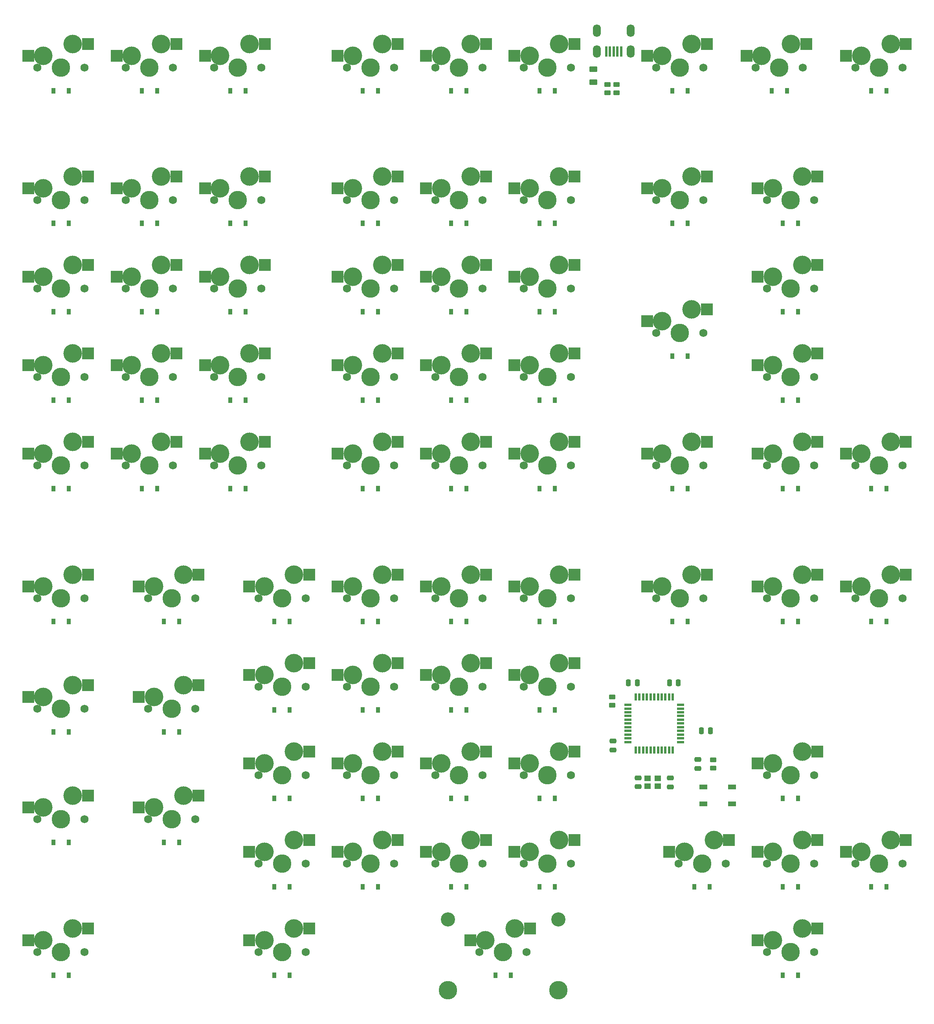
<source format=gbr>
%TF.GenerationSoftware,KiCad,Pcbnew,(6.0.11)*%
%TF.CreationDate,2023-02-04T12:28:33-08:00*%
%TF.ProjectId,MA Command Keyboard changed footprint,4d412043-6f6d-46d6-916e-64204b657962,rev?*%
%TF.SameCoordinates,Original*%
%TF.FileFunction,Soldermask,Bot*%
%TF.FilePolarity,Negative*%
%FSLAX46Y46*%
G04 Gerber Fmt 4.6, Leading zero omitted, Abs format (unit mm)*
G04 Created by KiCad (PCBNEW (6.0.11)) date 2023-02-04 12:28:33*
%MOMM*%
%LPD*%
G01*
G04 APERTURE LIST*
G04 Aperture macros list*
%AMRoundRect*
0 Rectangle with rounded corners*
0 $1 Rounding radius*
0 $2 $3 $4 $5 $6 $7 $8 $9 X,Y pos of 4 corners*
0 Add a 4 corners polygon primitive as box body*
4,1,4,$2,$3,$4,$5,$6,$7,$8,$9,$2,$3,0*
0 Add four circle primitives for the rounded corners*
1,1,$1+$1,$2,$3*
1,1,$1+$1,$4,$5*
1,1,$1+$1,$6,$7*
1,1,$1+$1,$8,$9*
0 Add four rect primitives between the rounded corners*
20,1,$1+$1,$2,$3,$4,$5,0*
20,1,$1+$1,$4,$5,$6,$7,0*
20,1,$1+$1,$6,$7,$8,$9,0*
20,1,$1+$1,$8,$9,$2,$3,0*%
G04 Aperture macros list end*
%ADD10RoundRect,0.250000X-0.450000X0.262500X-0.450000X-0.262500X0.450000X-0.262500X0.450000X0.262500X0*%
%ADD11R,2.550000X2.500000*%
%ADD12C,1.750000*%
%ADD13C,3.987800*%
%ADD14C,4.000000*%
%ADD15C,3.048000*%
%ADD16R,0.900000X1.200000*%
%ADD17RoundRect,0.250000X-0.475000X0.250000X-0.475000X-0.250000X0.475000X-0.250000X0.475000X0.250000X0*%
%ADD18RoundRect,0.250000X0.475000X-0.250000X0.475000X0.250000X-0.475000X0.250000X-0.475000X-0.250000X0*%
%ADD19R,1.400000X1.200000*%
%ADD20RoundRect,0.250000X-0.250000X-0.475000X0.250000X-0.475000X0.250000X0.475000X-0.250000X0.475000X0*%
%ADD21RoundRect,0.250000X0.450000X-0.262500X0.450000X0.262500X-0.450000X0.262500X-0.450000X-0.262500X0*%
%ADD22R,0.500000X2.250000*%
%ADD23O,1.700000X2.700000*%
%ADD24RoundRect,0.250000X0.250000X0.475000X-0.250000X0.475000X-0.250000X-0.475000X0.250000X-0.475000X0*%
%ADD25RoundRect,0.250000X-0.625000X0.375000X-0.625000X-0.375000X0.625000X-0.375000X0.625000X0.375000X0*%
%ADD26R,1.500000X0.550000*%
%ADD27R,0.550000X1.500000*%
%ADD28R,1.800000X1.100000*%
G04 APERTURE END LIST*
D10*
%TO.C,R1*%
X-209300000Y-59220000D03*
X-209300000Y-61045000D03*
%TD*%
%TO.C,R2*%
X-207370000Y-61025000D03*
X-207370000Y-59200000D03*
%TD*%
D11*
%TO.C,MX74*%
X-176976100Y-224497900D03*
X-164076100Y-221957900D03*
D12*
X-164811100Y-227037900D03*
D13*
X-169891100Y-227037900D03*
D12*
X-174971100Y-227037900D03*
D14*
X-173701100Y-224497900D03*
X-167351100Y-221957900D03*
%TD*%
D11*
%TO.C,MX73*%
X-176976100Y-243547900D03*
X-164076100Y-241007900D03*
D12*
X-164811100Y-246087900D03*
D13*
X-169891100Y-246087900D03*
D12*
X-174971100Y-246087900D03*
D14*
X-173701100Y-243547900D03*
X-167351100Y-241007900D03*
%TD*%
D11*
%TO.C,MX72*%
X-229363600Y-224497900D03*
X-216463600Y-221957900D03*
D12*
X-217198600Y-227037900D03*
D13*
X-222278600Y-227037900D03*
D12*
X-227358600Y-227037900D03*
D14*
X-226088600Y-224497900D03*
X-219738600Y-221957900D03*
%TD*%
D11*
%TO.C,MX71*%
X-238888600Y-243547900D03*
X-225988600Y-241007900D03*
D12*
X-226723600Y-246087900D03*
D13*
X-231803600Y-246087900D03*
D12*
X-236883600Y-246087900D03*
D14*
X-235613600Y-243547900D03*
X-229263600Y-241007900D03*
%TD*%
D11*
%TO.C,MX70*%
X-248413600Y-224497900D03*
X-235513600Y-221957900D03*
D12*
X-236248600Y-227037900D03*
D13*
X-241328600Y-227037900D03*
D12*
X-246408600Y-227037900D03*
D14*
X-245138600Y-224497900D03*
X-238788600Y-221957900D03*
%TD*%
D11*
%TO.C,MX69*%
X-267463600Y-224497900D03*
X-254563600Y-221957900D03*
D12*
X-255298600Y-227037900D03*
D13*
X-260378600Y-227037900D03*
D12*
X-265458600Y-227037900D03*
D14*
X-264188600Y-224497900D03*
X-257838600Y-221957900D03*
%TD*%
D11*
%TO.C,MX68*%
X-286513600Y-224497900D03*
X-273613600Y-221957900D03*
D12*
X-274348600Y-227037900D03*
D13*
X-279428600Y-227037900D03*
D12*
X-284508600Y-227037900D03*
D14*
X-283238600Y-224497900D03*
X-276888600Y-221957900D03*
%TD*%
D11*
%TO.C,MX67*%
X-286513600Y-243547900D03*
X-273613600Y-241007900D03*
D12*
X-274348600Y-246087900D03*
D13*
X-279428600Y-246087900D03*
D12*
X-284508600Y-246087900D03*
D14*
X-283238600Y-243547900D03*
X-276888600Y-241007900D03*
%TD*%
D11*
%TO.C,MX66*%
X-334138600Y-243547900D03*
X-321238600Y-241007900D03*
D12*
X-321973600Y-246087900D03*
D13*
X-327053600Y-246087900D03*
D12*
X-332133600Y-246087900D03*
D14*
X-330863600Y-243547900D03*
X-324513600Y-241007900D03*
%TD*%
D11*
%TO.C,MX65*%
X-157926100Y-224497900D03*
X-145026100Y-221957900D03*
D12*
X-145761100Y-227037900D03*
D13*
X-150841100Y-227037900D03*
D12*
X-155921100Y-227037900D03*
D14*
X-154651100Y-224497900D03*
X-148301100Y-221957900D03*
%TD*%
D11*
%TO.C,MX64*%
X-176976100Y-205447900D03*
X-164076100Y-202907900D03*
D12*
X-164811100Y-207987900D03*
D13*
X-169891100Y-207987900D03*
D12*
X-174971100Y-207987900D03*
D14*
X-173701100Y-205447900D03*
X-167351100Y-202907900D03*
%TD*%
D11*
%TO.C,MX63*%
X-196026100Y-224497900D03*
X-183126100Y-221957900D03*
D12*
X-183861100Y-227037900D03*
D13*
X-188941100Y-227037900D03*
D12*
X-194021100Y-227037900D03*
D14*
X-192751100Y-224497900D03*
X-186401100Y-221957900D03*
%TD*%
D11*
%TO.C,MX62*%
X-229363600Y-205447900D03*
X-216463600Y-202907900D03*
D12*
X-217198600Y-207987900D03*
D13*
X-222278600Y-207987900D03*
D12*
X-227358600Y-207987900D03*
D14*
X-226088600Y-205447900D03*
X-219738600Y-202907900D03*
%TD*%
D11*
%TO.C,MX61*%
X-248413600Y-205447900D03*
X-235513600Y-202907900D03*
D12*
X-236248600Y-207987900D03*
D13*
X-241328600Y-207987900D03*
D12*
X-246408600Y-207987900D03*
D14*
X-245138600Y-205447900D03*
X-238788600Y-202907900D03*
%TD*%
D11*
%TO.C,MX60*%
X-267463600Y-205447900D03*
X-254563600Y-202907900D03*
D12*
X-255298600Y-207987900D03*
D13*
X-260378600Y-207987900D03*
D12*
X-265458600Y-207987900D03*
D14*
X-264188600Y-205447900D03*
X-257838600Y-202907900D03*
%TD*%
D11*
%TO.C,MX59*%
X-286513600Y-205447900D03*
X-273613600Y-202907900D03*
D12*
X-274348600Y-207987900D03*
D13*
X-279428600Y-207987900D03*
D12*
X-284508600Y-207987900D03*
D14*
X-283238600Y-205447900D03*
X-276888600Y-202907900D03*
%TD*%
D11*
%TO.C,MX58*%
X-310326100Y-214972900D03*
X-297426100Y-212432900D03*
D12*
X-298161100Y-217512900D03*
D13*
X-303241100Y-217512900D03*
D12*
X-308321100Y-217512900D03*
D14*
X-307051100Y-214972900D03*
X-300701100Y-212432900D03*
%TD*%
D11*
%TO.C,MX57*%
X-334138600Y-214972900D03*
X-321238600Y-212432900D03*
D12*
X-321973600Y-217512900D03*
D13*
X-327053600Y-217512900D03*
D12*
X-332133600Y-217512900D03*
D14*
X-330863600Y-214972900D03*
X-324513600Y-212432900D03*
%TD*%
D11*
%TO.C,MX56*%
X-229363600Y-186397900D03*
X-216463600Y-183857900D03*
D12*
X-217198600Y-188937900D03*
D13*
X-222278600Y-188937900D03*
D12*
X-227358600Y-188937900D03*
D14*
X-226088600Y-186397900D03*
X-219738600Y-183857900D03*
%TD*%
D11*
%TO.C,MX55*%
X-248413600Y-186397900D03*
X-235513600Y-183857900D03*
D12*
X-236248600Y-188937900D03*
D13*
X-241328600Y-188937900D03*
D12*
X-246408600Y-188937900D03*
D14*
X-245138600Y-186397900D03*
X-238788600Y-183857900D03*
%TD*%
D11*
%TO.C,MX54*%
X-267463600Y-186397900D03*
X-254563600Y-183857900D03*
D12*
X-255298600Y-188937900D03*
D13*
X-260378600Y-188937900D03*
D12*
X-265458600Y-188937900D03*
D14*
X-264188600Y-186397900D03*
X-257838600Y-183857900D03*
%TD*%
D11*
%TO.C,MX53*%
X-286513600Y-186397900D03*
X-273613600Y-183857900D03*
D12*
X-274348600Y-188937900D03*
D13*
X-279428600Y-188937900D03*
D12*
X-284508600Y-188937900D03*
D14*
X-283238600Y-186397900D03*
X-276888600Y-183857900D03*
%TD*%
D11*
%TO.C,MX52*%
X-310326100Y-191160400D03*
X-297426100Y-188620400D03*
D12*
X-298161100Y-193700400D03*
D13*
X-303241100Y-193700400D03*
D12*
X-308321100Y-193700400D03*
D14*
X-307051100Y-191160400D03*
X-300701100Y-188620400D03*
%TD*%
D11*
%TO.C,MX51*%
X-334138600Y-191160400D03*
X-321238600Y-188620400D03*
D12*
X-321973600Y-193700400D03*
D13*
X-327053600Y-193700400D03*
D12*
X-332133600Y-193700400D03*
D14*
X-330863600Y-191160400D03*
X-324513600Y-188620400D03*
%TD*%
D11*
%TO.C,MX50*%
X-157926100Y-167347900D03*
X-145026100Y-164807900D03*
D12*
X-145761100Y-169887900D03*
D13*
X-150841100Y-169887900D03*
D12*
X-155921100Y-169887900D03*
D14*
X-154651100Y-167347900D03*
X-148301100Y-164807900D03*
%TD*%
D11*
%TO.C,MX49*%
X-176976100Y-167347900D03*
X-164076100Y-164807900D03*
D12*
X-164811100Y-169887900D03*
D13*
X-169891100Y-169887900D03*
D12*
X-174971100Y-169887900D03*
D14*
X-173701100Y-167347900D03*
X-167351100Y-164807900D03*
%TD*%
D11*
%TO.C,MX48*%
X-200788600Y-167347900D03*
X-187888600Y-164807900D03*
D12*
X-188623600Y-169887900D03*
D13*
X-193703600Y-169887900D03*
D12*
X-198783600Y-169887900D03*
D14*
X-197513600Y-167347900D03*
X-191163600Y-164807900D03*
%TD*%
D11*
%TO.C,MX47*%
X-229363600Y-167347900D03*
X-216463600Y-164807900D03*
D12*
X-217198600Y-169887900D03*
D13*
X-222278600Y-169887900D03*
D12*
X-227358600Y-169887900D03*
D14*
X-226088600Y-167347900D03*
X-219738600Y-164807900D03*
%TD*%
D11*
%TO.C,MX46*%
X-248413600Y-167347900D03*
X-235513600Y-164807900D03*
D12*
X-236248600Y-169887900D03*
D13*
X-241328600Y-169887900D03*
D12*
X-246408600Y-169887900D03*
D14*
X-245138600Y-167347900D03*
X-238788600Y-164807900D03*
%TD*%
D11*
%TO.C,MX45*%
X-267463600Y-167347900D03*
X-254563600Y-164807900D03*
D12*
X-255298600Y-169887900D03*
D13*
X-260378600Y-169887900D03*
D12*
X-265458600Y-169887900D03*
D14*
X-264188600Y-167347900D03*
X-257838600Y-164807900D03*
%TD*%
D11*
%TO.C,MX44*%
X-286513600Y-167347900D03*
X-273613600Y-164807900D03*
D12*
X-274348600Y-169887900D03*
D13*
X-279428600Y-169887900D03*
D12*
X-284508600Y-169887900D03*
D14*
X-283238600Y-167347900D03*
X-276888600Y-164807900D03*
%TD*%
D11*
%TO.C,MX43*%
X-310326100Y-167347900D03*
X-297426100Y-164807900D03*
D12*
X-298161100Y-169887900D03*
D13*
X-303241100Y-169887900D03*
D12*
X-308321100Y-169887900D03*
D14*
X-307051100Y-167347900D03*
X-300701100Y-164807900D03*
%TD*%
D11*
%TO.C,MX42*%
X-334138600Y-167347900D03*
X-321238600Y-164807900D03*
D12*
X-321973600Y-169887900D03*
D13*
X-327053600Y-169887900D03*
D12*
X-332133600Y-169887900D03*
D14*
X-330863600Y-167347900D03*
X-324513600Y-164807900D03*
%TD*%
D11*
%TO.C,MX41*%
X-157926100Y-138772900D03*
X-145026100Y-136232900D03*
D12*
X-145761100Y-141312900D03*
D13*
X-150841100Y-141312900D03*
D12*
X-155921100Y-141312900D03*
D14*
X-154651100Y-138772900D03*
X-148301100Y-136232900D03*
%TD*%
D11*
%TO.C,MX40*%
X-176976100Y-138772900D03*
X-164076100Y-136232900D03*
D12*
X-164811100Y-141312900D03*
D13*
X-169891100Y-141312900D03*
D12*
X-174971100Y-141312900D03*
D14*
X-173701100Y-138772900D03*
X-167351100Y-136232900D03*
%TD*%
D11*
%TO.C,MX39*%
X-200788600Y-138772900D03*
X-187888600Y-136232900D03*
D12*
X-188623600Y-141312900D03*
D13*
X-193703600Y-141312900D03*
D12*
X-198783600Y-141312900D03*
D14*
X-197513600Y-138772900D03*
X-191163600Y-136232900D03*
%TD*%
D11*
%TO.C,MX38*%
X-229363600Y-138772900D03*
X-216463600Y-136232900D03*
D12*
X-217198600Y-141312900D03*
D13*
X-222278600Y-141312900D03*
D12*
X-227358600Y-141312900D03*
D14*
X-226088600Y-138772900D03*
X-219738600Y-136232900D03*
%TD*%
D11*
%TO.C,MX37*%
X-248413600Y-138772900D03*
X-235513600Y-136232900D03*
D12*
X-236248600Y-141312900D03*
D13*
X-241328600Y-141312900D03*
D12*
X-246408600Y-141312900D03*
D14*
X-245138600Y-138772900D03*
X-238788600Y-136232900D03*
%TD*%
D11*
%TO.C,MX36*%
X-267463600Y-138772900D03*
X-254563600Y-136232900D03*
D12*
X-255298600Y-141312900D03*
D13*
X-260378600Y-141312900D03*
D12*
X-265458600Y-141312900D03*
D14*
X-264188600Y-138772900D03*
X-257838600Y-136232900D03*
%TD*%
D11*
%TO.C,MX35*%
X-296038600Y-138772900D03*
X-283138600Y-136232900D03*
D12*
X-283873600Y-141312900D03*
D13*
X-288953600Y-141312900D03*
D12*
X-294033600Y-141312900D03*
D14*
X-292763600Y-138772900D03*
X-286413600Y-136232900D03*
%TD*%
D11*
%TO.C,MX34*%
X-315088600Y-138772900D03*
X-302188600Y-136232900D03*
D12*
X-302923600Y-141312900D03*
D13*
X-308003600Y-141312900D03*
D12*
X-313083600Y-141312900D03*
D14*
X-311813600Y-138772900D03*
X-305463600Y-136232900D03*
%TD*%
D11*
%TO.C,MX33*%
X-334138600Y-138772900D03*
X-321238600Y-136232900D03*
D12*
X-321973600Y-141312900D03*
D13*
X-327053600Y-141312900D03*
D12*
X-332133600Y-141312900D03*
D14*
X-330863600Y-138772900D03*
X-324513600Y-136232900D03*
%TD*%
D11*
%TO.C,MX32*%
X-176976100Y-119722900D03*
X-164076100Y-117182900D03*
D12*
X-164811100Y-122262900D03*
D13*
X-169891100Y-122262900D03*
D12*
X-174971100Y-122262900D03*
D14*
X-173701100Y-119722900D03*
X-167351100Y-117182900D03*
%TD*%
D11*
%TO.C,MX31*%
X-200788600Y-110197900D03*
X-187888600Y-107657900D03*
D12*
X-188623600Y-112737900D03*
D13*
X-193703600Y-112737900D03*
D12*
X-198783600Y-112737900D03*
D14*
X-197513600Y-110197900D03*
X-191163600Y-107657900D03*
%TD*%
D11*
%TO.C,MX30*%
X-229363600Y-119722900D03*
X-216463600Y-117182900D03*
D12*
X-217198600Y-122262900D03*
D13*
X-222278600Y-122262900D03*
D12*
X-227358600Y-122262900D03*
D14*
X-226088600Y-119722900D03*
X-219738600Y-117182900D03*
%TD*%
D11*
%TO.C,MX29*%
X-248413600Y-119722900D03*
X-235513600Y-117182900D03*
D12*
X-236248600Y-122262900D03*
D13*
X-241328600Y-122262900D03*
D12*
X-246408600Y-122262900D03*
D14*
X-245138600Y-119722900D03*
X-238788600Y-117182900D03*
%TD*%
D11*
%TO.C,MX28*%
X-267463600Y-119722900D03*
X-254563600Y-117182900D03*
D12*
X-255298600Y-122262900D03*
D13*
X-260378600Y-122262900D03*
D12*
X-265458600Y-122262900D03*
D14*
X-264188600Y-119722900D03*
X-257838600Y-117182900D03*
%TD*%
D11*
%TO.C,MX27*%
X-296038600Y-119722900D03*
X-283138600Y-117182900D03*
D12*
X-283873600Y-122262900D03*
D13*
X-288953600Y-122262900D03*
D12*
X-294033600Y-122262900D03*
D14*
X-292763600Y-119722900D03*
X-286413600Y-117182900D03*
%TD*%
D11*
%TO.C,MX26*%
X-315088600Y-119722900D03*
X-302188600Y-117182900D03*
D12*
X-302923600Y-122262900D03*
D13*
X-308003600Y-122262900D03*
D12*
X-313083600Y-122262900D03*
D14*
X-311813600Y-119722900D03*
X-305463600Y-117182900D03*
%TD*%
D11*
%TO.C,MX25*%
X-334138600Y-119722900D03*
X-321238600Y-117182900D03*
D12*
X-321973600Y-122262900D03*
D13*
X-327053600Y-122262900D03*
D12*
X-332133600Y-122262900D03*
D14*
X-330863600Y-119722900D03*
X-324513600Y-117182900D03*
%TD*%
D11*
%TO.C,MX24*%
X-176976100Y-100672900D03*
X-164076100Y-98132900D03*
D12*
X-164811100Y-103212900D03*
D13*
X-169891100Y-103212900D03*
D12*
X-174971100Y-103212900D03*
D14*
X-173701100Y-100672900D03*
X-167351100Y-98132900D03*
%TD*%
D11*
%TO.C,MX23*%
X-229363600Y-100672900D03*
X-216463600Y-98132900D03*
D12*
X-217198600Y-103212900D03*
D13*
X-222278600Y-103212900D03*
D12*
X-227358600Y-103212900D03*
D14*
X-226088600Y-100672900D03*
X-219738600Y-98132900D03*
%TD*%
D11*
%TO.C,MX22*%
X-248413600Y-100672900D03*
X-235513600Y-98132900D03*
D12*
X-236248600Y-103212900D03*
D13*
X-241328600Y-103212900D03*
D12*
X-246408600Y-103212900D03*
D14*
X-245138600Y-100672900D03*
X-238788600Y-98132900D03*
%TD*%
D11*
%TO.C,MX21*%
X-267463600Y-100672900D03*
X-254563600Y-98132900D03*
D12*
X-255298600Y-103212900D03*
D13*
X-260378600Y-103212900D03*
D12*
X-265458600Y-103212900D03*
D14*
X-264188600Y-100672900D03*
X-257838600Y-98132900D03*
%TD*%
D11*
%TO.C,MX20*%
X-296038600Y-100672900D03*
X-283138600Y-98132900D03*
D12*
X-283873600Y-103212900D03*
D13*
X-288953600Y-103212900D03*
D12*
X-294033600Y-103212900D03*
D14*
X-292763600Y-100672900D03*
X-286413600Y-98132900D03*
%TD*%
D11*
%TO.C,MX19*%
X-315088600Y-100672900D03*
X-302188600Y-98132900D03*
D12*
X-302923600Y-103212900D03*
D13*
X-308003600Y-103212900D03*
D12*
X-313083600Y-103212900D03*
D14*
X-311813600Y-100672900D03*
X-305463600Y-98132900D03*
%TD*%
D11*
%TO.C,MX18*%
X-334138600Y-100672900D03*
X-321238600Y-98132900D03*
D12*
X-321973600Y-103212900D03*
D13*
X-327053600Y-103212900D03*
D12*
X-332133600Y-103212900D03*
D14*
X-330863600Y-100672900D03*
X-324513600Y-98132900D03*
%TD*%
D11*
%TO.C,MX17*%
X-176976100Y-81622900D03*
X-164076100Y-79082900D03*
D12*
X-164811100Y-84162900D03*
D13*
X-169891100Y-84162900D03*
D12*
X-174971100Y-84162900D03*
D14*
X-173701100Y-81622900D03*
X-167351100Y-79082900D03*
%TD*%
D11*
%TO.C,MX16*%
X-200788600Y-81622900D03*
X-187888600Y-79082900D03*
D12*
X-188623600Y-84162900D03*
D13*
X-193703600Y-84162900D03*
D12*
X-198783600Y-84162900D03*
D14*
X-197513600Y-81622900D03*
X-191163600Y-79082900D03*
%TD*%
D11*
%TO.C,MX15*%
X-229363600Y-81622900D03*
X-216463600Y-79082900D03*
D12*
X-217198600Y-84162900D03*
D13*
X-222278600Y-84162900D03*
D12*
X-227358600Y-84162900D03*
D14*
X-226088600Y-81622900D03*
X-219738600Y-79082900D03*
%TD*%
D11*
%TO.C,MX14*%
X-248413600Y-81622900D03*
X-235513600Y-79082900D03*
D12*
X-236248600Y-84162900D03*
D13*
X-241328600Y-84162900D03*
D12*
X-246408600Y-84162900D03*
D14*
X-245138600Y-81622900D03*
X-238788600Y-79082900D03*
%TD*%
D11*
%TO.C,MX13*%
X-267463600Y-81622900D03*
X-254563600Y-79082900D03*
D12*
X-255298600Y-84162900D03*
D13*
X-260378600Y-84162900D03*
D12*
X-265458600Y-84162900D03*
D14*
X-264188600Y-81622900D03*
X-257838600Y-79082900D03*
%TD*%
D11*
%TO.C,MX12*%
X-296038600Y-81622900D03*
X-283138600Y-79082900D03*
D12*
X-283873600Y-84162900D03*
D13*
X-288953600Y-84162900D03*
D12*
X-294033600Y-84162900D03*
D14*
X-292763600Y-81622900D03*
X-286413600Y-79082900D03*
%TD*%
D11*
%TO.C,MX11*%
X-315088600Y-81622900D03*
X-302188600Y-79082900D03*
D12*
X-302923600Y-84162900D03*
D13*
X-308003600Y-84162900D03*
D12*
X-313083600Y-84162900D03*
D14*
X-311813600Y-81622900D03*
X-305463600Y-79082900D03*
%TD*%
D11*
%TO.C,MX10*%
X-334138600Y-81622900D03*
X-321238600Y-79082900D03*
D12*
X-321973600Y-84162900D03*
D13*
X-327053600Y-84162900D03*
D12*
X-332133600Y-84162900D03*
D14*
X-330863600Y-81622900D03*
X-324513600Y-79082900D03*
%TD*%
D11*
%TO.C,MX9*%
X-157926100Y-53047900D03*
X-145026100Y-50507900D03*
D12*
X-145761100Y-55587900D03*
D13*
X-150841100Y-55587900D03*
D12*
X-155921100Y-55587900D03*
D14*
X-154651100Y-53047900D03*
X-148301100Y-50507900D03*
%TD*%
D11*
%TO.C,MX8*%
X-179357350Y-53047900D03*
X-166457350Y-50507900D03*
D12*
X-167192350Y-55587900D03*
D13*
X-172272350Y-55587900D03*
D12*
X-177352350Y-55587900D03*
D14*
X-176082350Y-53047900D03*
X-169732350Y-50507900D03*
%TD*%
D11*
%TO.C,MX7*%
X-200788600Y-53047900D03*
X-187888600Y-50507900D03*
D12*
X-188623600Y-55587900D03*
D13*
X-193703600Y-55587900D03*
D12*
X-198783600Y-55587900D03*
D14*
X-197513600Y-53047900D03*
X-191163600Y-50507900D03*
%TD*%
D11*
%TO.C,MX6*%
X-229363600Y-53047900D03*
X-216463600Y-50507900D03*
D12*
X-217198600Y-55587900D03*
D13*
X-222278600Y-55587900D03*
D12*
X-227358600Y-55587900D03*
D14*
X-226088600Y-53047900D03*
X-219738600Y-50507900D03*
%TD*%
D11*
%TO.C,MX5*%
X-248413600Y-53047900D03*
X-235513600Y-50507900D03*
D12*
X-236248600Y-55587900D03*
D13*
X-241328600Y-55587900D03*
D12*
X-246408600Y-55587900D03*
D14*
X-245138600Y-53047900D03*
X-238788600Y-50507900D03*
%TD*%
D11*
%TO.C,MX4*%
X-267463600Y-53047900D03*
X-254563600Y-50507900D03*
D12*
X-255298600Y-55587900D03*
D13*
X-260378600Y-55587900D03*
D12*
X-265458600Y-55587900D03*
D14*
X-264188600Y-53047900D03*
X-257838600Y-50507900D03*
%TD*%
D11*
%TO.C,MX3*%
X-296038600Y-53047900D03*
X-283138600Y-50507900D03*
D12*
X-283873600Y-55587900D03*
D13*
X-288953600Y-55587900D03*
D12*
X-294033600Y-55587900D03*
D14*
X-292763600Y-53047900D03*
X-286413600Y-50507900D03*
%TD*%
D11*
%TO.C,MX2*%
X-315088600Y-53047900D03*
X-302188600Y-50507900D03*
D12*
X-302923600Y-55587900D03*
D13*
X-308003600Y-55587900D03*
D12*
X-313083600Y-55587900D03*
D14*
X-311813600Y-53047900D03*
X-305463600Y-50507900D03*
%TD*%
D11*
%TO.C,MX1*%
X-334138600Y-53047900D03*
X-321238600Y-50507900D03*
D12*
X-321973600Y-55587900D03*
D13*
X-327053600Y-55587900D03*
D12*
X-332133600Y-55587900D03*
D14*
X-330863600Y-53047900D03*
X-324513600Y-50507900D03*
%TD*%
D13*
%TO.C,S71*%
X-243709850Y-254342900D03*
D15*
X-219897350Y-239102900D03*
D13*
X-219897350Y-254342900D03*
D15*
X-243709850Y-239102900D03*
%TD*%
D16*
%TO.C,D24*%
X-171566500Y-108204000D03*
X-168266500Y-108204000D03*
%TD*%
%TO.C,D53*%
X-281104000Y-193929000D03*
X-277804000Y-193929000D03*
%TD*%
%TO.C,D29*%
X-243004000Y-127254000D03*
X-239704000Y-127254000D03*
%TD*%
D17*
%TO.C,C5*%
X-208131250Y-200662500D03*
X-208131250Y-202562500D03*
%TD*%
D16*
%TO.C,D6*%
X-223954000Y-60579000D03*
X-220654000Y-60579000D03*
%TD*%
D18*
%TO.C,C1*%
X-202680000Y-210480000D03*
X-202680000Y-208580000D03*
%TD*%
D19*
%TO.C,Y1*%
X-200641500Y-208700000D03*
X-198441500Y-208700000D03*
X-198441500Y-210400000D03*
X-200641500Y-210400000D03*
%TD*%
D16*
%TO.C,D33*%
X-328729000Y-146304000D03*
X-325429000Y-146304000D03*
%TD*%
%TO.C,D13*%
X-262054000Y-89154000D03*
X-258754000Y-89154000D03*
%TD*%
%TO.C,D11*%
X-309679000Y-89154000D03*
X-306379000Y-89154000D03*
%TD*%
%TO.C,D9*%
X-152516500Y-60579000D03*
X-149216500Y-60579000D03*
%TD*%
%TO.C,D19*%
X-309679000Y-108204000D03*
X-306379000Y-108204000D03*
%TD*%
%TO.C,D52*%
X-304916500Y-198691500D03*
X-301616500Y-198691500D03*
%TD*%
D20*
%TO.C,C4*%
X-204786252Y-188060000D03*
X-202886252Y-188060000D03*
%TD*%
D21*
%TO.C,R3*%
X-186531250Y-206493750D03*
X-186531250Y-204668750D03*
%TD*%
D16*
%TO.C,D8*%
X-173947750Y-60579000D03*
X-170647750Y-60579000D03*
%TD*%
%TO.C,D73*%
X-171566500Y-251079000D03*
X-168266500Y-251079000D03*
%TD*%
%TO.C,D39*%
X-195379000Y-146304000D03*
X-192079000Y-146304000D03*
%TD*%
%TO.C,D59*%
X-281104000Y-212979000D03*
X-277804000Y-212979000D03*
%TD*%
%TO.C,D34*%
X-309679000Y-146304000D03*
X-306379000Y-146304000D03*
%TD*%
%TO.C,D54*%
X-262054000Y-193929000D03*
X-258754000Y-193929000D03*
%TD*%
%TO.C,D15*%
X-223954000Y-89154000D03*
X-220654000Y-89154000D03*
%TD*%
%TO.C,D63*%
X-190616500Y-232029000D03*
X-187316500Y-232029000D03*
%TD*%
%TO.C,D36*%
X-262054000Y-146304000D03*
X-258754000Y-146304000D03*
%TD*%
%TO.C,D62*%
X-223954000Y-212979000D03*
X-220654000Y-212979000D03*
%TD*%
D22*
%TO.C,USB1*%
X-206362500Y-52125000D03*
X-207162500Y-52125000D03*
X-207962500Y-52125000D03*
X-208762500Y-52125000D03*
X-209562500Y-52125000D03*
D23*
X-204312500Y-47625000D03*
X-211612500Y-52125000D03*
X-211612500Y-47625000D03*
X-204312500Y-52125000D03*
%TD*%
D16*
%TO.C,D31*%
X-195379000Y-117729000D03*
X-192079000Y-117729000D03*
%TD*%
%TO.C,D22*%
X-243004000Y-108204000D03*
X-239704000Y-108204000D03*
%TD*%
%TO.C,D17*%
X-171566500Y-89154000D03*
X-168266500Y-89154000D03*
%TD*%
%TO.C,D14*%
X-243004000Y-89154000D03*
X-239704000Y-89154000D03*
%TD*%
%TO.C,D4*%
X-262054000Y-60579000D03*
X-258754000Y-60579000D03*
%TD*%
D17*
%TO.C,C2*%
X-195800000Y-210500000D03*
X-195800000Y-208600000D03*
%TD*%
D16*
%TO.C,D3*%
X-290629000Y-60579000D03*
X-287329000Y-60579000D03*
%TD*%
%TO.C,D23*%
X-223954000Y-108204000D03*
X-220654000Y-108204000D03*
%TD*%
%TO.C,D43*%
X-304916500Y-174879000D03*
X-301616500Y-174879000D03*
%TD*%
%TO.C,D51*%
X-328729000Y-198691500D03*
X-325429000Y-198691500D03*
%TD*%
%TO.C,D64*%
X-171566500Y-212979000D03*
X-168266500Y-212979000D03*
%TD*%
%TO.C,D55*%
X-243004000Y-193929000D03*
X-239704000Y-193929000D03*
%TD*%
%TO.C,D61*%
X-243004000Y-212979000D03*
X-239704000Y-212979000D03*
%TD*%
%TO.C,D70*%
X-243004000Y-232029000D03*
X-239704000Y-232029000D03*
%TD*%
%TO.C,D28*%
X-262054000Y-127254000D03*
X-258754000Y-127254000D03*
%TD*%
%TO.C,D21*%
X-262054000Y-108204000D03*
X-258754000Y-108204000D03*
%TD*%
%TO.C,D44*%
X-281104000Y-174879000D03*
X-277804000Y-174879000D03*
%TD*%
%TO.C,D40*%
X-171566500Y-146304000D03*
X-168266500Y-146304000D03*
%TD*%
%TO.C,D41*%
X-152516500Y-146304000D03*
X-149216500Y-146304000D03*
%TD*%
%TO.C,D7*%
X-195379000Y-60579000D03*
X-192079000Y-60579000D03*
%TD*%
%TO.C,D65*%
X-152516500Y-232029000D03*
X-149216500Y-232029000D03*
%TD*%
%TO.C,D69*%
X-262054000Y-232029000D03*
X-258754000Y-232029000D03*
%TD*%
%TO.C,D18*%
X-328729000Y-108204000D03*
X-325429000Y-108204000D03*
%TD*%
%TO.C,D26*%
X-309679000Y-127254000D03*
X-306379000Y-127254000D03*
%TD*%
D17*
%TO.C,C6*%
X-189875000Y-204631250D03*
X-189875000Y-206531250D03*
%TD*%
D16*
%TO.C,D71*%
X-233479000Y-251079000D03*
X-230179000Y-251079000D03*
%TD*%
%TO.C,D47*%
X-223954000Y-174879000D03*
X-220654000Y-174879000D03*
%TD*%
%TO.C,D25*%
X-328729000Y-127254000D03*
X-325429000Y-127254000D03*
%TD*%
%TO.C,D5*%
X-243004000Y-60579000D03*
X-239704000Y-60579000D03*
%TD*%
%TO.C,D20*%
X-290629000Y-108204000D03*
X-287329000Y-108204000D03*
%TD*%
D24*
%TO.C,C7*%
X-194051248Y-188060000D03*
X-195951248Y-188060000D03*
%TD*%
D16*
%TO.C,D42*%
X-328729000Y-174879000D03*
X-325429000Y-174879000D03*
%TD*%
D25*
%TO.C,F1*%
X-212344000Y-58737500D03*
X-212344000Y-55937500D03*
%TD*%
D16*
%TO.C,D66*%
X-328729000Y-251079000D03*
X-325429000Y-251079000D03*
%TD*%
%TO.C,D46*%
X-243004000Y-174879000D03*
X-239704000Y-174879000D03*
%TD*%
%TO.C,D50*%
X-152516500Y-174879000D03*
X-149216500Y-174879000D03*
%TD*%
%TO.C,D58*%
X-304916500Y-222504000D03*
X-301616500Y-222504000D03*
%TD*%
%TO.C,D45*%
X-262054000Y-174879000D03*
X-258754000Y-174879000D03*
%TD*%
%TO.C,D74*%
X-171566500Y-232029000D03*
X-168266500Y-232029000D03*
%TD*%
%TO.C,D72*%
X-223954000Y-232029000D03*
X-220654000Y-232029000D03*
%TD*%
D21*
%TO.C,R4*%
X-208280000Y-191111500D03*
X-208280000Y-192936500D03*
%TD*%
D16*
%TO.C,D37*%
X-243004000Y-146304000D03*
X-239704000Y-146304000D03*
%TD*%
%TO.C,D1*%
X-328729000Y-60579000D03*
X-325429000Y-60579000D03*
%TD*%
%TO.C,D48*%
X-195379000Y-174879000D03*
X-192079000Y-174879000D03*
%TD*%
D26*
%TO.C,U1*%
X-193531250Y-192850000D03*
X-193531250Y-193650000D03*
X-193531250Y-194450000D03*
X-193531250Y-195250000D03*
X-193531250Y-196050000D03*
X-193531250Y-196850000D03*
X-193531250Y-197650000D03*
X-193531250Y-198450000D03*
X-193531250Y-199250000D03*
X-193531250Y-200050000D03*
X-193531250Y-200850000D03*
D27*
X-195231250Y-202550000D03*
X-196031250Y-202550000D03*
X-196831250Y-202550000D03*
X-197631250Y-202550000D03*
X-198431250Y-202550000D03*
X-199231250Y-202550000D03*
X-200031250Y-202550000D03*
X-200831250Y-202550000D03*
X-201631250Y-202550000D03*
X-202431250Y-202550000D03*
X-203231250Y-202550000D03*
D26*
X-204931250Y-200850000D03*
X-204931250Y-200050000D03*
X-204931250Y-199250000D03*
X-204931250Y-198450000D03*
X-204931250Y-197650000D03*
X-204931250Y-196850000D03*
X-204931250Y-196050000D03*
X-204931250Y-195250000D03*
X-204931250Y-194450000D03*
X-204931250Y-193650000D03*
X-204931250Y-192850000D03*
D27*
X-203231250Y-191150000D03*
X-202431250Y-191150000D03*
X-201631250Y-191150000D03*
X-200831250Y-191150000D03*
X-200031250Y-191150000D03*
X-199231250Y-191150000D03*
X-198431250Y-191150000D03*
X-197631250Y-191150000D03*
X-196831250Y-191150000D03*
X-196031250Y-191150000D03*
X-195231250Y-191150000D03*
%TD*%
D16*
%TO.C,D30*%
X-223954000Y-127254000D03*
X-220654000Y-127254000D03*
%TD*%
%TO.C,D56*%
X-223954000Y-193929000D03*
X-220654000Y-193929000D03*
%TD*%
%TO.C,D49*%
X-171566500Y-174879000D03*
X-168266500Y-174879000D03*
%TD*%
%TO.C,D27*%
X-290629000Y-127254000D03*
X-287329000Y-127254000D03*
%TD*%
%TO.C,D2*%
X-309679000Y-60579000D03*
X-306379000Y-60579000D03*
%TD*%
%TO.C,D38*%
X-223954000Y-146304000D03*
X-220654000Y-146304000D03*
%TD*%
%TO.C,D32*%
X-171566500Y-127254000D03*
X-168266500Y-127254000D03*
%TD*%
%TO.C,D67*%
X-281104000Y-251079000D03*
X-277804000Y-251079000D03*
%TD*%
D20*
%TO.C,C3*%
X-189068750Y-198437500D03*
X-187168750Y-198437500D03*
%TD*%
D28*
%TO.C,SW1*%
X-188660000Y-214200000D03*
X-182460000Y-210500000D03*
X-188660000Y-210500000D03*
X-182460000Y-214200000D03*
%TD*%
D16*
%TO.C,D12*%
X-290629000Y-89154000D03*
X-287329000Y-89154000D03*
%TD*%
%TO.C,D10*%
X-328729000Y-89154000D03*
X-325429000Y-89154000D03*
%TD*%
%TO.C,D60*%
X-262054000Y-212979000D03*
X-258754000Y-212979000D03*
%TD*%
%TO.C,D35*%
X-290629000Y-146304000D03*
X-287329000Y-146304000D03*
%TD*%
%TO.C,D57*%
X-328729000Y-222504000D03*
X-325429000Y-222504000D03*
%TD*%
%TO.C,D16*%
X-195379000Y-89154000D03*
X-192079000Y-89154000D03*
%TD*%
%TO.C,D68*%
X-281104000Y-232029000D03*
X-277804000Y-232029000D03*
%TD*%
M02*

</source>
